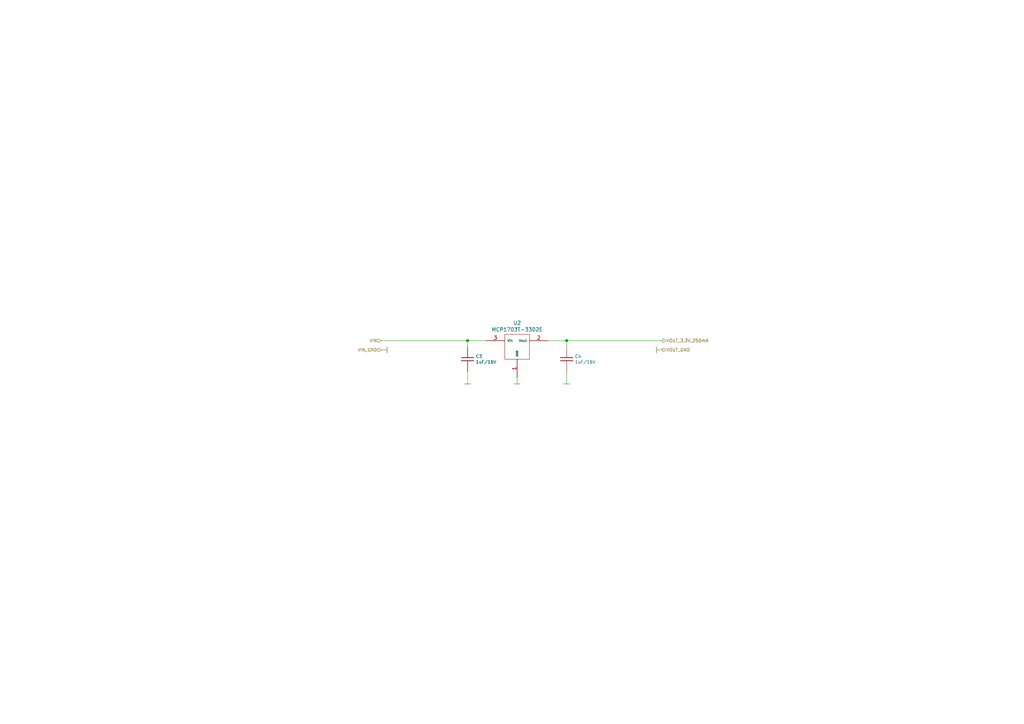
<source format=kicad_sch>
(kicad_sch (version 20211123) (generator eeschema)
  (paper "A3")
  (title_block (title "2.8V LDO Regulator") (date "2020-12-19") (rev "V1.0") (company "Embedded System Labs"))
  (lib_symbols
    (symbol "Capacitors_Smd0603:1uF_0603" (pin_numbers hide) (pin_names (offset 1.016) hide)
      (property "Reference" "C" (at 2.54 2.54 0))
      (property "Value" "1uF_0603" (at 6.35 -2.54 0))
      (symbol "1uF_0603_0_1"
        (polyline (pts (xy 2.54 -0.635) (xy -2.54 -0.635) (xy -2.54 -0.635)) (stroke (width 0.3048)))
        (polyline (pts (xy 2.54 0.635) (xy -2.54 0.635) (xy -2.54 0.635)) (stroke (width 0.3048)))
      )
      (symbol "1uF_0603_1_1"
        (pin passive line (at 0 5.08 270) (length 4.4704) (name "~") (number "1"))
        (pin passive line (at 0 -5.08 90) (length 4.4704) (name "~") (number "2"))
      )
    )
    (symbol "Linear_Regulators:MCP1703T-3302E" (pin_names (offset 1.016))
      (property "Reference" "U" (at 0 6.35 0))
      (property "Value" "MCP1703T-3302E" (at 0 8.89 0))
      (property "Datasheet" "Dc_Dc_Regulators/Linear/Components_Documentation/Mcp1703T_22049a.pdf" (at 0 -1.27 0))
      (symbol "MCP1703T-3302E_0_1"
        (rectangle (start -5.08 5.08) (end 5.08 -5.08))
      )
      (symbol "MCP1703T-3302E_1_1"
        (pin passive line (at 0 -12.7 90) (length 7.62) (name "GND") (number "1"))
        (pin passive line (at 12.7 2.54 180) (length 7.62) (name "Vout") (number "2"))
        (pin passive line (at -12.7 2.54 0) (length 7.62) (name "Vin") (number "3"))
      )
    )
    (symbol "power:GND" (power) (pin_names (offset 0))
      (symbol "GND_0_1"
        (polyline (pts (xy -1.27 0) (xy 1.27 0)))
      )
      (symbol "GND_1_1"
        (pin power_in line (at 0 0 180) (length 0) hide (name "GND") (number "1"))
      )
    )
  )
  (junction (at 191.77 139.7) (diameter 1.016))
  (junction (at 232.41 139.7) (diameter 1.016))
  (wire (pts (xy 191.77 139.7) (xy 156.21 139.7)))
  (wire (pts (xy 271.78 139.7) (xy 232.41 139.7)))
  (wire (pts (xy 232.41 152.4) (xy 232.41 157.48)))
  (wire (pts (xy 191.77 152.4) (xy 191.77 157.48)))
  (wire (pts (xy 199.39 139.7) (xy 191.77 139.7)))
  (wire (pts (xy 269.24 143.51) (xy 271.78 143.51)))
  (wire (pts (xy 224.79 139.7) (xy 232.41 139.7)))
  (wire (pts (xy 158.75 143.51) (xy 156.21 143.51)))
  (wire (pts (xy 212.09 154.94) (xy 212.09 157.48)))
  (wire (pts (xy 232.41 139.7) (xy 232.41 142.24)))
  (wire (pts (xy 191.77 139.7) (xy 191.77 142.24)))
  (hierarchical_label "VOUT_GND" (shape output) (at 271.78 143.51 0))
  (hierarchical_label "VOUT_3.3V_250mA" (shape output) (at 271.78 139.7 0))
  (hierarchical_label "VIN" (shape input) (at 156.21 139.7 180))
  (hierarchical_label "VIN_GND" (shape input) (at 156.21 143.51 180))
  (symbol (lib_id "power:GND") (at 212.09 157.48 0) (unit 1)
    (property "Reference" "#PWR0123" (effects hide))
    (property "Value" "GND" (effects hide))
  )
  (symbol (lib_id "power:GND") (at 191.77 157.48 0) (unit 1)
    (property "Reference" "#PWR0124" (effects hide))
    (property "Value" "GND" (effects hide))
  )
  (symbol (lib_id "power:GND") (at 232.41 157.48 0) (unit 1)
    (property "Reference" "#PWR0125" (effects hide))
    (property "Value" "GND" (effects hide))
  )
  (symbol (lib_id "power:GND") (at 158.75 143.51 270) (unit 1)
    (property "Reference" "#PWR0126" (effects hide))
    (property "Value" "GND" (effects hide))
  )
  (symbol (lib_id "power:GND") (at 269.24 143.51 90) (unit 1)
    (property "Reference" "#PWR0127" (effects hide))
    (property "Value" "GND" (effects hide))
  )
  (symbol (lib_id "Capacitors_Smd0603:1uF_0603") (at 191.77 147.32 0) (unit 1)
    (property "Reference" "C3" (at 195.098 146.171 0) (effects (justify left)))
    (property "Value" "1uF/16V" (at 195.098 148.469 0) (effects (justify left)))
    (property "Footprint" "Capacitors_Smd_0603:1uF_0603" (effects hide))
    (property "Datasheet" "Capacitors/Smd_0603/Components_Documentation/KEM_C1005_Y5V_SMD.pdf" (effects hide))
    (property "Manufacturer" "SAMSUNG" (effects hide))
    (property "Manufacturer Part Number" "CL10B105KO8NNNC" (effects hide))
    (property "Supplier" "TME" (effects hide))
    (property "Supplier Part Number" "CL10B105KO8NNNC" (effects hide))
    (property "URL" "https://www.tme.eu/pl/details/cl10b105ko8nnnc/kondensatory-mlcc-smd-0603/samsung/" (effects hide))
    (property "Price@1pc" "0,07530" (effects hide))
    (property "Price@1000pcs" "0,03514" (effects hide))
    (property "Package" "0603" (effects hide))
  )
  (symbol (lib_id "Capacitors_Smd0603:1uF_0603") (at 232.41 147.32 0) (unit 1)
    (property "Reference" "C4" (at 235.738 146.171 0) (effects (justify left)))
    (property "Value" "1uF/16V" (at 235.738 148.469 0) (effects (justify left)))
    (property "Footprint" "Capacitors_Smd_0603:1uF_0603" (effects hide))
    (property "Datasheet" "Capacitors/Smd_0603/Components_Documentation/KEM_C1005_Y5V_SMD.pdf" (effects hide))
    (property "Manufacturer" "SAMSUNG" (effects hide))
    (property "Manufacturer Part Number" "CL10B105KO8NNNC" (effects hide))
    (property "Supplier" "TME" (effects hide))
    (property "Supplier Part Number" "CL10B105KO8NNNC" (effects hide))
    (property "URL" "https://www.tme.eu/pl/details/cl10b105ko8nnnc/kondensatory-mlcc-smd-0603/samsung/" (effects hide))
    (property "Price@1pc" "0,07530" (effects hide))
    (property "Price@1000pcs" "0,03514" (effects hide))
    (property "Package" "0603" (effects hide))
  )
  (symbol (lib_id "Linear_Regulators:MCP1703T-3302E") (at 212.09 142.24 0) (unit 1)
    (property "Reference" "U2" (at 212.09 132.463 0) (effects (font (size 1.524 1.524))))
    (property "Value" "MCP1703T-3302E" (at 212.09 135.1711 0) (effects (font (size 1.524 1.524))))
    (property "Footprint" "Linear:MCP1703T-3302E_SOT23" (effects hide))
    (property "Datasheet" "Dc_Dc_Regulators/Linear/Components_Documentation/Mcp1703T_22049a.pdf" (effects hide))
    (property "Manufacturer" "MICROCHIP TECHNOLOGY" (effects hide))
    (property "Manufacturer Part Number" "MCP1703T-3302E/CB" (effects hide))
    (property "Supplier" "TME" (effects hide))
    (property "Supplier Part Number" "MCP1703T3302ECB" (effects hide))
    (property "URL" "https://www.tme.eu/pl/details/mcp1703t3302ecb/stabilizatory-napiecia-nieregulowane-ldo/microchip-technology/mcp1703t-3302e-cb/" (effects hide))
    (property "Price@1pc" "2,04" (effects hide))
    (property "Price@1000pcs" "1,49" (effects hide))
    (property "Developer" "MW" (effects hide))
    (property "Package" "SOT-23(SOT-23-3)" (effects hide))
    (property "LCSC Part #(optional)" "C39051" (effects hide))
  )
)
</source>
